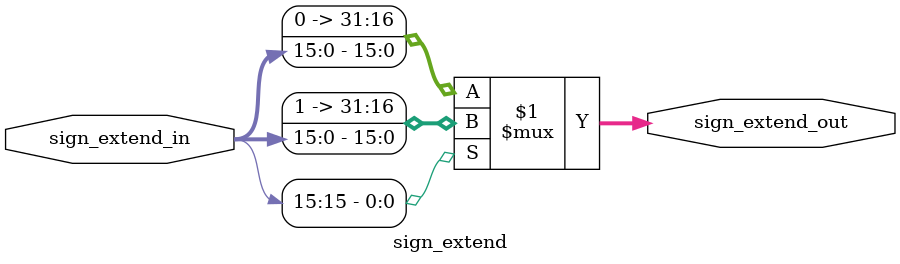
<source format=v>
`timescale 10 ns / 1 ns
	
	
module sign_extend(
	input [15:0]sign_extend_in,
	output [31:0]sign_extend_out
);

assign sign_extend_out=(sign_extend_in[15]?{16'b1111_1111_1111_1111,sign_extend_in}:{16'b0000_0000_0000_0000,sign_extend_in});


endmodule

</source>
